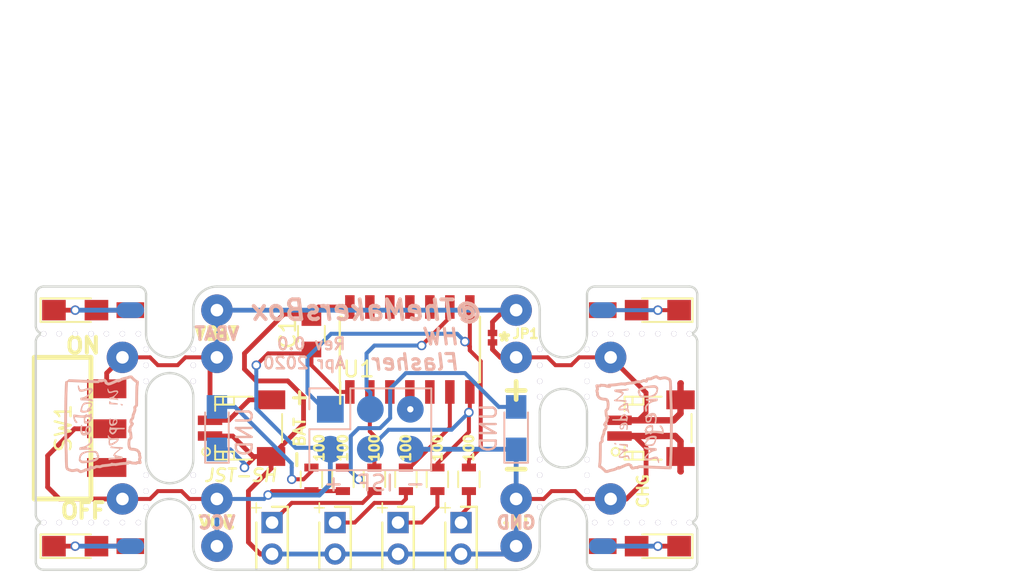
<source format=kicad_pcb>
(kicad_pcb (version 4) (host pcbnew 4.0.7)
  (title_block (title "Beetje 32U4 Blok") (date 2018-08-10) (rev 0.0) (company www.MakersBox.us) (comment 1 648.ken@gmail.com))
  (layers (0 F.Cu signal) (31 B.Cu signal) (34 B.Paste user) (35 F.Paste user) (36 B.SilkS user) (37 F.SilkS user) (38 B.Mask user) (39 F.Mask user) (44 Edge.Cuts user))
  (net 0 "")
  (net 1 GND)
  (net 2 "Net-(D4-Pad2)")
  (net 3 "Net-(D5-Pad2)")
  (net 4 "Net-(J6-Pad1)")
  (net 5 "Net-(J1-Pad1)")
  (net 6 "Net-(J7-Pad1)")
  (net 7 "Net-(J8-Pad1)")
  (net 8 "Net-(SW1-Pad3)")
  (net 9 VCC)
  (net 10 /D5)
  (net 11 /D6)
  (net 12 /RESET)
  (net 13 /D7)
  (net 14 /D8)
  (net 15 "Net-(U1-Pad3)")
  (net 16 "Net-(U1-Pad5)")
  (net 17 /SCK)
  (net 18 "Net-(U1-Pad10)")
  (net 19 "Net-(U1-Pad11)")
  (net 20 "Net-(U1-Pad12)")
  (net 21 "Net-(U1-Pad13)")
  (net 22 +BATT)
  (net 23 "Net-(D20-Pad1)")
  (net 24 "Net-(D20-Pad2)")
  (net 25 "Net-(D21-Pad1)")
  (net 26 "Net-(D21-Pad2)")
  (net 27 "Net-(D22-Pad1)")
  (net 28 "Net-(D22-Pad2)")
  (net 29 "Net-(D23-Pad1)")
  (net 30 "Net-(D23-Pad2)")
  (module footprints:JST_SH_SM02B-SRSS-TB_02x1.00mm_Angled (layer F.Cu) (at 139 103 90)
    (fp_text reference J3 hide)
    (fp_text value BAT (at -0.25 3.75 90) (layer F.SilkS) (effects (font (size 0.7 0.7))))
    (pad 1 smd rect (at -0.5 -1.9375 90) (size 0.6 1.55) (layers F.Cu F.Paste F.Mask) (net 1 GND))
    (pad 2 smd rect (at 0.5 -1.9375 90) (size 0.6 1.55) (layers F.Cu F.Paste F.Mask) (net 22 +BATT))
    (pad 1 smd rect (at -1.8 1.9375 90) (size 1.2 1.8) (layers F.Cu F.Paste F.Mask) (net 1 GND))
    (pad 2 smd rect (at 1.8 1.9375 90) (size 1.2 1.8) (layers F.Cu F.Paste F.Mask) (net 22 +BATT))
  )
  (module footprints:SPST_SMD (layer F.Cu) (at 130.5 103 270)
    (fp_text reference SW1 (at 0 2.75 270) (layer F.SilkS))
    (fp_text value SW_SPDT)
    (pad "" np_thru_hole circle (at 3.4 2.75 270) (size 0.9 0.9) (drill 0.9) (layers *.Cu *.Mask))
    (pad 1 smd rect (at -2.5 0 270) (size 1.2 2.5) (layers F.Cu F.Paste F.Mask) (net 22 +BATT))
    (pad 2 smd rect (at 0.04 0 270) (size 1.2 2.5) (layers F.Cu F.Paste F.Mask) (net 9 VCC))
    (pad 3 smd rect (at 2.5 0 270) (size 1.2 2.5) (layers F.Cu F.Paste F.Mask) (net 8 "Net-(SW1-Pad3)"))
    (pad "" np_thru_hole circle (at -3.4 2.75 270) (size 0.9 0.9) (drill 0.9) (layers *.Cu *.Mask))
  )
  (module footprints:LED_0805_HandSoldering (layer F.Cu) (at 165.5 110.5 180)
    (fp_text reference D23 hide)
    (fp_text value LED hide)
    (pad 1 smd rect (at -1.35 0 180) (size 1.5 1.3) (layers F.Cu F.Paste F.Mask) (net 29 "Net-(D23-Pad1)"))
    (pad 2 smd rect (at 1.35 0 180) (size 1.5 1.3) (layers F.Cu F.Paste F.Mask) (net 30 "Net-(D23-Pad2)"))
  )
  (module footprints:MOUSEBITE (layer F.Cu) (at 165.5 109)
    (fp_text reference REF** hide)
    (fp_text value 1pin)
    (pad 1 thru_hole circle (at -1.016 0) (size 0.3302 0.3302) (drill 0.3302) (layers *.Cu *.Mask))
    (pad 1 thru_hole circle (at 1.016 0) (size 0.3302 0.3302) (drill 0.3302) (layers *.Cu *.Mask))
    (pad 1 thru_hole circle (at 0 0) (size 0.3302 0.3302) (drill 0.3302) (layers *.Cu *.Mask))
  )
  (module footprints:LED_0805_HandSoldering (layer F.Cu) (at 165.5 95.5 180)
    (fp_text reference D22 hide)
    (fp_text value LED hide)
    (pad 1 smd rect (at -1.35 0 180) (size 1.5 1.3) (layers F.Cu F.Paste F.Mask) (net 27 "Net-(D22-Pad1)"))
    (pad 2 smd rect (at 1.35 0 180) (size 1.5 1.3) (layers F.Cu F.Paste F.Mask) (net 28 "Net-(D22-Pad2)"))
  )
  (module footprints:MOUSEBITE (layer F.Cu) (at 165.5 97)
    (fp_text reference REF** hide)
    (fp_text value 1pin)
    (pad 1 thru_hole circle (at -1.016 0) (size 0.3302 0.3302) (drill 0.3302) (layers *.Cu *.Mask))
    (pad 1 thru_hole circle (at 1.016 0) (size 0.3302 0.3302) (drill 0.3302) (layers *.Cu *.Mask))
    (pad 1 thru_hole circle (at 0 0) (size 0.3302 0.3302) (drill 0.3302) (layers *.Cu *.Mask))
  )
  (module footprints:MOUSEBITE (layer F.Cu) (at 162.5 97)
    (fp_text reference REF** hide)
    (fp_text value 1pin)
    (pad 1 thru_hole circle (at -1.016 0) (size 0.3302 0.3302) (drill 0.3302) (layers *.Cu *.Mask))
    (pad 1 thru_hole circle (at 1.016 0) (size 0.3302 0.3302) (drill 0.3302) (layers *.Cu *.Mask))
    (pad 1 thru_hole circle (at 0 0) (size 0.3302 0.3302) (drill 0.3302) (layers *.Cu *.Mask))
  )
  (module footprints:LED_0805_HandSoldering (layer F.Cu) (at 128.5 95.5)
    (fp_text reference D21 hide)
    (fp_text value LED hide)
    (pad 1 smd rect (at -1.35 0) (size 1.5 1.3) (layers F.Cu F.Paste F.Mask) (net 25 "Net-(D21-Pad1)"))
    (pad 2 smd rect (at 1.35 0) (size 1.5 1.3) (layers F.Cu F.Paste F.Mask) (net 26 "Net-(D21-Pad2)"))
  )
  (module footprints:MadeInOregonRev25 (layer F.Cu) (at 164 102.75 90)
    (fp_text reference VAL hide)
    (fp_text value MadeInOregonRev25 hide)
  )
  (module Wire_Pads:SolderWirePad_single_0-8mmDrill (layer F.Cu) (at 137.5 95.5)
    (fp_text reference J54 hide)
    (fp_text value Conn)
    (pad 1 thru_hole circle (at 0 0) (size 1.99898 1.99898) (drill 0.8001) (layers *.Cu *.Mask) (net 22 +BATT))
  )
  (module Wire_Pads:SolderWirePad_single_0-8mmDrill (layer F.Cu) (at 137.5 98.5)
    (fp_text reference J58 hide)
    (fp_text value Conn)
    (pad 1 thru_hole circle (at 0 0) (size 1.99898 1.99898) (drill 0.8001) (layers *.Cu *.Mask) (net 22 +BATT))
  )
  (module footprints:Pin_Header_Straight_2x03_Pitch2.54mm (layer B.Cu) (at 144.7 101.8 270)
    (fp_text reference CON1 hide)
    (fp_text value AVR-ISP-6)
    (pad 1 smd rect (at 0 0 270) (size 1.7 1.7) (layers B.Cu B.Paste B.Mask) (net 10 /D5))
    (pad 2 smd oval (at 2.54 0 270) (size 1.7 1.7) (layers B.Cu B.Paste B.Mask) (net 9 VCC))
    (pad 3 smd oval (at 0 -2.54 270) (size 1.7 1.7) (layers B.Cu B.Paste B.Mask) (net 17 /SCK))
    (pad 4 smd oval (at 2.54 -2.54 270) (size 1.7 1.7) (layers B.Cu B.Paste B.Mask) (net 11 /D6))
    (pad 5 smd oval (at 0 -5.08 270) (size 1.7 1.7) (layers B.Cu B.Paste B.Mask) (net 12 /RESET))
    (pad 6 smd oval (at 2.54 -5.08 270) (size 1.7 1.7) (layers B.Cu B.Paste B.Mask) (net 1 GND))
  )
  (module Wire_Pads:SolderWirePad_single_0-8mmDrill (layer F.Cu) (at 137.5 110.5)
    (fp_text reference J55 hide)
    (fp_text value Conn)
    (pad 1 thru_hole circle (at 0 0) (size 1.99898 1.99898) (drill 0.8001) (layers *.Cu *.Mask) (net 9 VCC))
  )
  (module Wire_Pads:SolderWirePad_single_0-8mmDrill (layer F.Cu) (at 156.5 110.5)
    (fp_text reference J45 hide)
    (fp_text value Conn)
    (pad 1 thru_hole circle (at 0 0) (size 1.99898 1.99898) (drill 0.8001) (layers *.Cu *.Mask) (net 1 GND))
  )
  (module Wire_Pads:SolderWirePad_single_0-8mmDrill (layer F.Cu) (at 156.5 95.5)
    (fp_text reference J44 hide)
    (fp_text value Conn)
    (pad 1 thru_hole circle (at 0 0) (size 1.99898 1.99898) (drill 0.8001) (layers *.Cu *.Mask) (net 22 +BATT))
  )
  (module footprints:MOUSEBITE (layer F.Cu) (at 133 107 90)
    (fp_text reference REF** hide)
    (fp_text value 1pin)
    (pad 1 thru_hole circle (at -1.016 0 90) (size 0.3302 0.3302) (drill 0.3302) (layers *.Cu *.Mask))
    (pad 1 thru_hole circle (at 1.016 0 90) (size 0.3302 0.3302) (drill 0.3302) (layers *.Cu *.Mask))
    (pad 1 thru_hole circle (at 0 0 90) (size 0.3302 0.3302) (drill 0.3302) (layers *.Cu *.Mask))
  )
  (module footprints:MOUSEBITE (layer F.Cu) (at 136 107 90)
    (fp_text reference REF** hide)
    (fp_text value 1pin)
    (pad 1 thru_hole circle (at -1.016 0 90) (size 0.3302 0.3302) (drill 0.3302) (layers *.Cu *.Mask))
    (pad 1 thru_hole circle (at 1.016 0 90) (size 0.3302 0.3302) (drill 0.3302) (layers *.Cu *.Mask))
    (pad 1 thru_hole circle (at 0 0 90) (size 0.3302 0.3302) (drill 0.3302) (layers *.Cu *.Mask))
  )
  (module footprints:MOUSEBITE (layer F.Cu) (at 136 99 90)
    (fp_text reference REF** hide)
    (fp_text value 1pin)
    (pad 1 thru_hole circle (at -1.016 0 90) (size 0.3302 0.3302) (drill 0.3302) (layers *.Cu *.Mask))
    (pad 1 thru_hole circle (at 1.016 0 90) (size 0.3302 0.3302) (drill 0.3302) (layers *.Cu *.Mask))
    (pad 1 thru_hole circle (at 0 0 90) (size 0.3302 0.3302) (drill 0.3302) (layers *.Cu *.Mask))
  )
  (module footprints:MOUSEBITE (layer F.Cu) (at 133 99 90)
    (fp_text reference REF** hide)
    (fp_text value 1pin)
    (pad 1 thru_hole circle (at -1.016 0 90) (size 0.3302 0.3302) (drill 0.3302) (layers *.Cu *.Mask))
    (pad 1 thru_hole circle (at 1.016 0 90) (size 0.3302 0.3302) (drill 0.3302) (layers *.Cu *.Mask))
    (pad 1 thru_hole circle (at 0 0 90) (size 0.3302 0.3302) (drill 0.3302) (layers *.Cu *.Mask))
  )
  (module footprints:MadeInOregonRev25 (layer F.Cu) (at 130.25 102.75 270)
    (fp_text reference VAL hide)
    (fp_text value MadeInOregonRev25 hide)
  )
  (module footprints:LED_0805_HandSoldering (layer B.Cu) (at 137.5 103 90)
    (fp_text reference D4 hide)
    (fp_text value UND (at -0.25 1.75 90) (layer B.SilkS) (effects (justify mirror)))
    (pad 1 smd rect (at -1.35 0 90) (size 1.5 1.3) (layers B.Cu B.Paste B.Mask) (net 1 GND))
    (pad 2 smd rect (at 1.35 0 90) (size 1.5 1.3) (layers B.Cu B.Paste B.Mask) (net 2 "Net-(D4-Pad2)"))
  )
  (module footprints:LED_0805_HandSoldering (layer B.Cu) (at 156.5 103 90)
    (fp_text reference D5 hide)
    (fp_text value UND (at 0 -1.75 90) (layer B.SilkS) (effects (justify mirror)))
    (pad 1 smd rect (at -1.35 0 90) (size 1.5 1.3) (layers B.Cu B.Paste B.Mask) (net 1 GND))
    (pad 2 smd rect (at 1.35 0 90) (size 1.5 1.3) (layers B.Cu B.Paste B.Mask) (net 3 "Net-(D5-Pad2)"))
  )
  (module footprints:PIN_HEADER_LED (layer F.Cu) (at 153 109)
    (fp_text reference J6 hide)
    (fp_text value LED hide)
    (fp_text user + (at -1 -1) (layer F.SilkS) (effects (font (size 0.8 0.8) (thickness 0.1))))
    (pad 1 thru_hole rect (at 0 0) (size 1.35 1.35) (drill 0.8) (layers *.Cu *.Mask) (net 4 "Net-(J6-Pad1)"))
    (pad 2 thru_hole oval (at 0 2) (size 1.35 1.35) (drill 0.8) (layers *.Cu *.Mask) (net 1 GND))
  )
  (module footprints:PIN_HEADER_LED (layer F.Cu) (at 149 109)
    (fp_text reference J7 hide)
    (fp_text value LED hide)
    (fp_text user + (at -1 -1) (layer F.SilkS) (effects (font (size 0.8 0.8) (thickness 0.1))))
    (pad 1 thru_hole rect (at 0 0) (size 1.35 1.35) (drill 0.8) (layers *.Cu *.Mask) (net 6 "Net-(J7-Pad1)"))
    (pad 2 thru_hole oval (at 0 2) (size 1.35 1.35) (drill 0.8) (layers *.Cu *.Mask) (net 1 GND))
  )
  (module footprints:PIN_HEADER_LED (layer F.Cu) (at 145 109)
    (fp_text reference J1 hide)
    (fp_text value LED hide)
    (fp_text user + (at -1 -1) (layer F.SilkS) (effects (font (size 0.8 0.8) (thickness 0.1))))
    (pad 1 thru_hole rect (at 0 0) (size 1.35 1.35) (drill 0.8) (layers *.Cu *.Mask) (net 5 "Net-(J1-Pad1)"))
    (pad 2 thru_hole oval (at 0 2) (size 1.35 1.35) (drill 0.8) (layers *.Cu *.Mask) (net 1 GND))
  )
  (module footprints:PIN_HEADER_LED (layer F.Cu) (at 141 109)
    (fp_text reference J8 hide)
    (fp_text value LED hide)
    (fp_text user + (at -1 -1) (layer F.SilkS) (effects (font (size 0.8 0.8) (thickness 0.1))))
    (pad 1 thru_hole rect (at 0 0) (size 1.35 1.35) (drill 0.8) (layers *.Cu *.Mask) (net 7 "Net-(J8-Pad1)"))
    (pad 2 thru_hole oval (at 0 2) (size 1.35 1.35) (drill 0.8) (layers *.Cu *.Mask) (net 1 GND))
  )
  (module footprints:MOUSEBITE (layer F.Cu) (at 161 107 90)
    (fp_text reference REF** hide)
    (fp_text value 1pin)
    (pad 1 thru_hole circle (at -1.016 0 90) (size 0.3302 0.3302) (drill 0.3302) (layers *.Cu *.Mask))
    (pad 1 thru_hole circle (at 1.016 0 90) (size 0.3302 0.3302) (drill 0.3302) (layers *.Cu *.Mask))
    (pad 1 thru_hole circle (at 0 0 90) (size 0.3302 0.3302) (drill 0.3302) (layers *.Cu *.Mask))
  )
  (module footprints:MOUSEBITE (layer F.Cu) (at 158 99 90)
    (fp_text reference REF** hide)
    (fp_text value 1pin)
    (pad 1 thru_hole circle (at -1.016 0 90) (size 0.3302 0.3302) (drill 0.3302) (layers *.Cu *.Mask))
    (pad 1 thru_hole circle (at 1.016 0 90) (size 0.3302 0.3302) (drill 0.3302) (layers *.Cu *.Mask))
    (pad 1 thru_hole circle (at 0 0 90) (size 0.3302 0.3302) (drill 0.3302) (layers *.Cu *.Mask))
  )
  (module footprints:MOUSEBITE (layer F.Cu) (at 158 107 90)
    (fp_text reference REF** hide)
    (fp_text value 1pin)
    (pad 1 thru_hole circle (at -1.016 0 90) (size 0.3302 0.3302) (drill 0.3302) (layers *.Cu *.Mask))
    (pad 1 thru_hole circle (at 1.016 0 90) (size 0.3302 0.3302) (drill 0.3302) (layers *.Cu *.Mask))
    (pad 1 thru_hole circle (at 0 0 90) (size 0.3302 0.3302) (drill 0.3302) (layers *.Cu *.Mask))
  )
  (module footprints:MOUSEBITE (layer F.Cu) (at 161 99 270)
    (fp_text reference REF** hide)
    (fp_text value 1pin)
    (pad 1 thru_hole circle (at -1.016 0 270) (size 0.3302 0.3302) (drill 0.3302) (layers *.Cu *.Mask))
    (pad 1 thru_hole circle (at 1.016 0 270) (size 0.3302 0.3302) (drill 0.3302) (layers *.Cu *.Mask))
    (pad 1 thru_hole circle (at 0 0 270) (size 0.3302 0.3302) (drill 0.3302) (layers *.Cu *.Mask))
  )
  (module Wire_Pads:SolderWirePad_single_0-8mmDrill (layer F.Cu) (at 131.5 98.5)
    (fp_text reference J56 hide)
    (fp_text value Conn)
    (pad 1 thru_hole circle (at 0 0) (size 1.99898 1.99898) (drill 0.8001) (layers *.Cu *.Mask) (net 22 +BATT))
  )
  (module Wire_Pads:SolderWirePad_single_0-8mmDrill (layer F.Cu) (at 162.5 98.5)
    (fp_text reference J46 hide)
    (fp_text value Conn)
    (pad 1 thru_hole circle (at 0 0) (size 1.99898 1.99898) (drill 0.8001) (layers *.Cu *.Mask) (net 22 +BATT))
  )
  (module Wire_Pads:SolderWirePad_single_0-8mmDrill (layer F.Cu) (at 162.5 107.5)
    (fp_text reference J47 hide)
    (fp_text value Conn)
    (pad 1 thru_hole circle (at 0 0) (size 1.99898 1.99898) (drill 0.8001) (layers *.Cu *.Mask) (net 1 GND))
  )
  (module Wire_Pads:SolderWirePad_single_0-8mmDrill (layer F.Cu) (at 156.5 98.5)
    (fp_text reference J48 hide)
    (fp_text value Conn)
    (pad 1 thru_hole circle (at 0 0) (size 1.99898 1.99898) (drill 0.8001) (layers *.Cu *.Mask) (net 22 +BATT))
  )
  (module Wire_Pads:SolderWirePad_single_0-8mmDrill (layer F.Cu) (at 156.5 107.5)
    (fp_text reference J49 hide)
    (fp_text value Conn)
    (pad 1 thru_hole circle (at 0 0) (size 1.99898 1.99898) (drill 0.8001) (layers *.Cu *.Mask) (net 1 GND))
  )
  (module Wire_Pads:SolderWirePad_single_0-8mmDrill (layer F.Cu) (at 131.5 107.5)
    (fp_text reference J57 hide)
    (fp_text value Conn)
    (pad 1 thru_hole circle (at 0 0) (size 1.99898 1.99898) (drill 0.8001) (layers *.Cu *.Mask) (net 9 VCC))
  )
  (module Wire_Pads:SolderWirePad_single_0-8mmDrill (layer F.Cu) (at 137.5 107.5)
    (fp_text reference J59 hide)
    (fp_text value Conn)
    (pad 1 thru_hole circle (at 0 0) (size 1.99898 1.99898) (drill 0.8001) (layers *.Cu *.Mask) (net 9 VCC))
  )
  (module footprints:R_0603 (layer F.Cu) (at 149.5 106.25 270)
    (fp_text reference R6 hide)
    (fp_text value 100 (at -2 0 270) (layer F.SilkS) (effects (font (size 0.6 0.6))))
    (pad 1 smd rect (at -0.75 0 270) (size 0.5 0.9) (layers F.Cu F.Paste F.Mask) (net 13 /D7))
    (pad 2 smd rect (at 0.75 0 270) (size 0.5 0.9) (layers F.Cu F.Paste F.Mask) (net 5 "Net-(J1-Pad1)"))
  )
  (module footprints:R_0603 (layer F.Cu) (at 151.5 106.25 270)
    (fp_text reference R8 hide)
    (fp_text value 100 (at -2 0 270) (layer F.SilkS) (effects (font (size 0.6 0.6))))
    (pad 1 smd rect (at -0.75 0 270) (size 0.5 0.9) (layers F.Cu F.Paste F.Mask) (net 11 /D6))
    (pad 2 smd rect (at 0.75 0 270) (size 0.5 0.9) (layers F.Cu F.Paste F.Mask) (net 6 "Net-(J7-Pad1)"))
  )
  (module footprints:R_0603 (layer F.Cu) (at 153.5 106.25 270)
    (fp_text reference R7 hide)
    (fp_text value 100 (at -2 0 270) (layer F.SilkS) (effects (font (size 0.6 0.6))))
    (pad 1 smd rect (at -0.75 0 270) (size 0.5 0.9) (layers F.Cu F.Paste F.Mask) (net 10 /D5))
    (pad 2 smd rect (at 0.75 0 270) (size 0.5 0.9) (layers F.Cu F.Paste F.Mask) (net 4 "Net-(J6-Pad1)"))
  )
  (module footprints:R_0603 (layer F.Cu) (at 147.5 106.25 270)
    (fp_text reference R9 hide)
    (fp_text value 100 (at -2 0 270) (layer F.SilkS) (effects (font (size 0.6 0.6))))
    (pad 1 smd rect (at -0.75 0 270) (size 0.5 0.9) (layers F.Cu F.Paste F.Mask) (net 14 /D8))
    (pad 2 smd rect (at 0.75 0 270) (size 0.5 0.9) (layers F.Cu F.Paste F.Mask) (net 7 "Net-(J8-Pad1)"))
  )
  (module footprints:R_0603 (layer F.Cu) (at 143.5 106.25 90)
    (fp_text reference R11 hide)
    (fp_text value 100 (at 2 0.5 90) (layer F.SilkS) (effects (font (size 0.6 0.6))))
    (pad 1 smd rect (at -0.75 0 90) (size 0.5 0.9) (layers F.Cu F.Paste F.Mask) (net 9 VCC))
    (pad 2 smd rect (at 0.75 0 90) (size 0.5 0.9) (layers F.Cu F.Paste F.Mask) (net 2 "Net-(D4-Pad2)"))
  )
  (module footprints:R_0603 (layer F.Cu) (at 145.5 106.25 90)
    (fp_text reference R12 hide)
    (fp_text value 100 (at 2 0 90) (layer F.SilkS) (effects (font (size 0.6 0.6))))
    (pad 1 smd rect (at -0.75 0 90) (size 0.5 0.9) (layers F.Cu F.Paste F.Mask) (net 9 VCC))
    (pad 2 smd rect (at 0.75 0 90) (size 0.5 0.9) (layers F.Cu F.Paste F.Mask) (net 3 "Net-(D5-Pad2)"))
  )
  (module footprints:MOUSEBITEx1 (layer F.Cu) (at 158 105)
    (fp_text reference REF** hide)
    (fp_text value 1pin)
    (pad 1 thru_hole circle (at 0 0) (size 0.3302 0.3302) (drill 0.3302) (layers *.Cu *.Mask))
  )
  (module footprints:MOUSEBITEx1 (layer F.Cu) (at 161 105)
    (fp_text reference REF** hide)
    (fp_text value 1pin)
    (pad 1 thru_hole circle (at 0 0) (size 0.3302 0.3302) (drill 0.3302) (layers *.Cu *.Mask))
  )
  (module footprints:MOUSEBITEx1 (layer F.Cu) (at 161 101)
    (fp_text reference REF** hide)
    (fp_text value 1pin)
    (pad 1 thru_hole circle (at 0 0) (size 0.3302 0.3302) (drill 0.3302) (layers *.Cu *.Mask))
  )
  (module footprints:MOUSEBITEx1 (layer F.Cu) (at 158 101)
    (fp_text reference REF** hide)
    (fp_text value 1pin)
    (pad 1 thru_hole circle (at 0 0) (size 0.3302 0.3302) (drill 0.3302) (layers *.Cu *.Mask))
  )
  (module Housings_SOIC:SOIC-14_3.9x8.7mm_Pitch1.27mm (layer F.Cu) (at 149.75 98 90)
    (fp_text reference U1 (at -1.25 -3.25 180) (layer F.SilkS))
    (fp_text value ATTINY84-20SSU)
    (pad 1 smd rect (at -2.7 -3.81 90) (size 1.5 0.6) (layers F.Cu F.Paste F.Mask) (net 9 VCC))
    (pad 2 smd rect (at -2.7 -2.54 90) (size 1.5 0.6) (layers F.Cu F.Paste F.Mask) (net 14 /D8))
    (pad 3 smd rect (at -2.7 -1.27 90) (size 1.5 0.6) (layers F.Cu F.Paste F.Mask) (net 15 "Net-(U1-Pad3)"))
    (pad 4 smd rect (at -2.7 0 90) (size 1.5 0.6) (layers F.Cu F.Paste F.Mask) (net 12 /RESET))
    (pad 5 smd rect (at -2.7 1.27 90) (size 1.5 0.6) (layers F.Cu F.Paste F.Mask) (net 16 "Net-(U1-Pad5)"))
    (pad 6 smd rect (at -2.7 2.54 90) (size 1.5 0.6) (layers F.Cu F.Paste F.Mask) (net 13 /D7))
    (pad 7 smd rect (at -2.7 3.81 90) (size 1.5 0.6) (layers F.Cu F.Paste F.Mask) (net 11 /D6))
    (pad 8 smd rect (at 2.7 3.81 90) (size 1.5 0.6) (layers F.Cu F.Paste F.Mask) (net 10 /D5))
    (pad 9 smd rect (at 2.7 2.54 90) (size 1.5 0.6) (layers F.Cu F.Paste F.Mask) (net 17 /SCK))
    (pad 10 smd rect (at 2.7 1.27 90) (size 1.5 0.6) (layers F.Cu F.Paste F.Mask) (net 18 "Net-(U1-Pad10)"))
    (pad 11 smd rect (at 2.7 0 90) (size 1.5 0.6) (layers F.Cu F.Paste F.Mask) (net 19 "Net-(U1-Pad11)"))
    (pad 12 smd rect (at 2.7 -1.27 90) (size 1.5 0.6) (layers F.Cu F.Paste F.Mask) (net 20 "Net-(U1-Pad12)"))
    (pad 13 smd rect (at 2.7 -2.54 90) (size 1.5 0.6) (layers F.Cu F.Paste F.Mask) (net 21 "Net-(U1-Pad13)"))
    (pad 14 smd rect (at 2.7 -3.81 90) (size 1.5 0.6) (layers F.Cu F.Paste F.Mask) (net 1 GND))
  )
  (module footprints:Jumper (layer F.Cu) (at 155 97.25 90)
    (fp_text reference JP1 (at 0.25 2.1 180) (layer F.SilkS) (effects (font (size 0.6 0.6))))
    (fp_text value JMP)
    (pad 1 smd rect (at -0.3 0 90) (size 0.4 0.6) (layers F.Cu F.Paste F.Mask) (net 22 +BATT))
    (pad 2 smd rect (at 0.3 0 90) (size 0.4 0.6) (layers F.Cu F.Paste F.Mask) (net 22 +BATT))
  )
  (module footprints:LED_0805_HandSoldering (layer F.Cu) (at 128.5 110.5)
    (fp_text reference D20 hide)
    (fp_text value LED hide)
    (pad 1 smd rect (at -1.35 0) (size 1.5 1.3) (layers F.Cu F.Paste F.Mask) (net 23 "Net-(D20-Pad1)"))
    (pad 2 smd rect (at 1.35 0) (size 1.5 1.3) (layers F.Cu F.Paste F.Mask) (net 24 "Net-(D20-Pad2)"))
  )
  (module footprints:MOUSEBITE (layer F.Cu) (at 131.5 109)
    (fp_text reference REF** hide)
    (fp_text value 1pin)
    (pad 1 thru_hole circle (at -1.016 0) (size 0.3302 0.3302) (drill 0.3302) (layers *.Cu *.Mask))
    (pad 1 thru_hole circle (at 1.016 0) (size 0.3302 0.3302) (drill 0.3302) (layers *.Cu *.Mask))
    (pad 1 thru_hole circle (at 0 0) (size 0.3302 0.3302) (drill 0.3302) (layers *.Cu *.Mask))
  )
  (module footprints:MOUSEBITE (layer F.Cu) (at 128.5 109)
    (fp_text reference REF** hide)
    (fp_text value 1pin)
    (pad 1 thru_hole circle (at -1.016 0) (size 0.3302 0.3302) (drill 0.3302) (layers *.Cu *.Mask))
    (pad 1 thru_hole circle (at 1.016 0) (size 0.3302 0.3302) (drill 0.3302) (layers *.Cu *.Mask))
    (pad 1 thru_hole circle (at 0 0) (size 0.3302 0.3302) (drill 0.3302) (layers *.Cu *.Mask))
  )
  (module footprints:MOUSEBITEx1 (layer F.Cu) (at 126.5 109)
    (fp_text reference REF** hide)
    (fp_text value 1pin)
    (pad 1 thru_hole circle (at 0 0) (size 0.3302 0.3302) (drill 0.3302) (layers *.Cu *.Mask))
  )
  (module footprints:MOUSEBITE (layer F.Cu) (at 131.5 97)
    (fp_text reference REF** hide)
    (fp_text value 1pin)
    (pad 1 thru_hole circle (at -1.016 0) (size 0.3302 0.3302) (drill 0.3302) (layers *.Cu *.Mask))
    (pad 1 thru_hole circle (at 1.016 0) (size 0.3302 0.3302) (drill 0.3302) (layers *.Cu *.Mask))
    (pad 1 thru_hole circle (at 0 0) (size 0.3302 0.3302) (drill 0.3302) (layers *.Cu *.Mask))
  )
  (module footprints:MOUSEBITE (layer F.Cu) (at 128.5 97)
    (fp_text reference REF** hide)
    (fp_text value 1pin)
    (pad 1 thru_hole circle (at -1.016 0) (size 0.3302 0.3302) (drill 0.3302) (layers *.Cu *.Mask))
    (pad 1 thru_hole circle (at 1.016 0) (size 0.3302 0.3302) (drill 0.3302) (layers *.Cu *.Mask))
    (pad 1 thru_hole circle (at 0 0) (size 0.3302 0.3302) (drill 0.3302) (layers *.Cu *.Mask))
  )
  (module footprints:MOUSEBITEx1 (layer F.Cu) (at 126.5 97)
    (fp_text reference REF** hide)
    (fp_text value 1pin)
    (pad 1 thru_hole circle (at 0 0) (size 0.3302 0.3302) (drill 0.3302) (layers *.Cu *.Mask))
  )
  (module footprints:MOUSEBITEx1 (layer F.Cu) (at 167.5 97)
    (fp_text reference REF** hide)
    (fp_text value 1pin)
    (pad 1 thru_hole circle (at 0 0) (size 0.3302 0.3302) (drill 0.3302) (layers *.Cu *.Mask))
  )
  (module footprints:MOUSEBITE (layer F.Cu) (at 162.5 109)
    (fp_text reference REF** hide)
    (fp_text value 1pin)
    (pad 1 thru_hole circle (at -1.016 0) (size 0.3302 0.3302) (drill 0.3302) (layers *.Cu *.Mask))
    (pad 1 thru_hole circle (at 1.016 0) (size 0.3302 0.3302) (drill 0.3302) (layers *.Cu *.Mask))
    (pad 1 thru_hole circle (at 0 0) (size 0.3302 0.3302) (drill 0.3302) (layers *.Cu *.Mask))
  )
  (module footprints:MOUSEBITEx1 (layer F.Cu) (at 167.5 109)
    (fp_text reference REF** hide)
    (fp_text value 1pin)
    (pad 1 thru_hole circle (at 0 0) (size 0.3302 0.3302) (drill 0.3302) (layers *.Cu *.Mask))
  )
  (module footprints:LED_PADS (layer F.Cu) (at 132 110.5)
    (fp_text reference J20 hide)
    (fp_text value LED)
    (pad 1 smd rect (at 0 0) (size 1.75 1) (layers F.Cu F.Paste F.Mask) (net 24 "Net-(D20-Pad2)"))
    (pad 2 smd oval (at 0 0) (size 1.75 1) (layers B.Cu B.Paste B.Mask) (net 23 "Net-(D20-Pad1)"))
  )
  (module footprints:LED_PADS (layer F.Cu) (at 132 95.5)
    (fp_text reference J21 hide)
    (fp_text value LED)
    (pad 1 smd rect (at 0 0) (size 1.75 1) (layers F.Cu F.Paste F.Mask) (net 26 "Net-(D21-Pad2)"))
    (pad 2 smd oval (at 0 0) (size 1.75 1) (layers B.Cu B.Paste B.Mask) (net 25 "Net-(D21-Pad1)"))
  )
  (module footprints:LED_PADS (layer F.Cu) (at 162 95.5)
    (fp_text reference J22 hide)
    (fp_text value LED)
    (pad 1 smd rect (at 0 0) (size 1.75 1) (layers F.Cu F.Paste F.Mask) (net 28 "Net-(D22-Pad2)"))
    (pad 2 smd oval (at 0 0) (size 1.75 1) (layers B.Cu B.Paste B.Mask) (net 27 "Net-(D22-Pad1)"))
  )
  (module footprints:LED_PADS (layer F.Cu) (at 162 110.5)
    (fp_text reference J23 hide)
    (fp_text value LED)
    (pad 1 smd rect (at 0 0) (size 1.75 1) (layers F.Cu F.Paste F.Mask) (net 30 "Net-(D23-Pad2)"))
    (pad 2 smd oval (at 0 0) (size 1.75 1) (layers B.Cu B.Paste B.Mask) (net 29 "Net-(D23-Pad1)"))
  )
  (module footprints:C_0805 (layer F.Cu) (at 143.5 97 90)
    (fp_text reference C1 (at 0 -1.5 90) (layer F.SilkS))
    (fp_text value 0.1uF)
    (pad 1 smd rect (at -1 0 90) (size 1 1.25) (layers F.Cu F.Paste F.Mask) (net 9 VCC))
    (pad 2 smd rect (at 1 0 90) (size 1 1.25) (layers F.Cu F.Paste F.Mask) (net 1 GND))
  )
  (module footprints:JST_SH_SM02B-SRSS-TB_02x1.00mm_Angled (layer F.Cu) (at 165 103 90)
    (fp_text reference J2 hide)
    (fp_text value CHG (at -4 -0.45 90) (layer F.SilkS) (effects (font (size 0.7 0.7))))
    (pad 1 smd rect (at -0.5 -1.9375 90) (size 0.6 1.55) (layers F.Cu F.Paste F.Mask) (net 1 GND))
    (pad 2 smd rect (at 0.5 -1.9375 90) (size 0.6 1.55) (layers F.Cu F.Paste F.Mask) (net 22 +BATT))
    (pad 1 smd rect (at -1.8 1.9375 90) (size 1.2 1.8) (layers F.Cu F.Paste F.Mask) (net 1 GND))
    (pad 2 smd rect (at 1.8 1.9375 90) (size 1.2 1.8) (layers F.Cu F.Paste F.Mask) (net 22 +BATT))
  )
  (gr_line (start 133 111.5) (end 133 109) (angle 90) (layer Edge.Cuts) (width 0.15))
  (gr_line (start 126 97.5) (end 126 108.5) (angle 90) (layer Edge.Cuts) (width 0.15))
  (gr_line (start 126 94.5) (end 126 96.5) (angle 90) (layer Edge.Cuts) (width 0.15))
  (gr_line (start 132.5 94) (end 126.5 94) (angle 90) (layer Edge.Cuts) (width 0.15))
  (gr_line (start 133 97) (end 133 94.5) (angle 90) (layer Edge.Cuts) (width 0.15))
  (gr_arc (start 132.5 94.5) (end 132.5 94) (angle 90) (layer Edge.Cuts) (width 0.15))
  (gr_arc (start 126.5 94.5) (end 126 94.5) (angle 90) (layer Edge.Cuts) (width 0.15))
  (gr_arc (start 126.5 96.5) (end 126.5 97) (angle 90) (layer Edge.Cuts) (width 0.15))
  (gr_arc (start 126.5 97.5) (end 126 97.5) (angle 90) (layer Edge.Cuts) (width 0.15))
  (gr_line (start 126 111.5) (end 126 109.5) (angle 90) (layer Edge.Cuts) (width 0.15))
  (gr_line (start 126.5 112) (end 132.5 112) (angle 90) (layer Edge.Cuts) (width 0.15))
  (gr_arc (start 132.5 111.5) (end 133 111.5) (angle 90) (layer Edge.Cuts) (width 0.15))
  (gr_arc (start 126.5 108.5) (end 126.5 109) (angle 90) (layer Edge.Cuts) (width 0.15))
  (gr_arc (start 126.5 109.5) (end 126 109.5) (angle 90) (layer Edge.Cuts) (width 0.15))
  (gr_arc (start 126.5 111.5) (end 126.5 112) (angle 90) (layer Edge.Cuts) (width 0.15))
  (gr_line (start 168 108.5) (end 168 97.5) (angle 90) (layer Edge.Cuts) (width 0.15))
  (gr_line (start 168 111.5) (end 168 109.5) (angle 90) (layer Edge.Cuts) (width 0.15))
  (gr_line (start 161 111.5) (end 161 109) (angle 90) (layer Edge.Cuts) (width 0.15))
  (gr_line (start 161.5 112) (end 167.5 112) (angle 90) (layer Edge.Cuts) (width 0.15))
  (gr_arc (start 167.5 111.5) (end 168 111.5) (angle 90) (layer Edge.Cuts) (width 0.15))
  (gr_arc (start 161.5 111.5) (end 161.5 112) (angle 90) (layer Edge.Cuts) (width 0.15))
  (gr_arc (start 167.5 109.5) (end 167.5 109) (angle 90) (layer Edge.Cuts) (width 0.15))
  (gr_arc (start 167.5 108.5) (end 168 108.5) (angle 90) (layer Edge.Cuts) (width 0.15))
  (gr_line (start 168 94.5) (end 168 96.5) (angle 90) (layer Edge.Cuts) (width 0.15))
  (gr_line (start 161.5 94) (end 167.5 94) (angle 90) (layer Edge.Cuts) (width 0.15))
  (gr_line (start 161 97) (end 161 94.5) (angle 90) (layer Edge.Cuts) (width 0.15))
  (gr_arc (start 167.5 97.5) (end 167.5 97) (angle 90) (layer Edge.Cuts) (width 0.15))
  (gr_arc (start 167.5 96.5) (end 168 96.5) (angle 90) (layer Edge.Cuts) (width 0.15))
  (gr_arc (start 167.5 94.5) (end 167.5 94) (angle 90) (layer Edge.Cuts) (width 0.15))
  (gr_arc (start 161.5 94.5) (end 161 94.5) (angle 90) (layer Edge.Cuts) (width 0.15))
  (gr_text "HW\nFlasher" (at 153 98) (layer B.SilkS) (effects (font (size 1 1) (thickness 0.2) italic) (justify left mirror)))
  (gr_text "- ISP +" (at 147.5 106.5) (layer B.SilkS) (effects (font (size 1 1)) (justify mirror)))
  (gr_arc (start 134.5 97) (end 134.5 98.5) (angle 90) (layer Edge.Cuts) (width 0.15))
  (gr_text * (at 155.75 97.5) (layer F.SilkS) (effects (font (size 1 1) (thickness 0.25))))
  (gr_text GND (at 156.5 109) (layer B.SilkS) (effects (font (size 0.8 0.8) (thickness 0.2)) (justify mirror)))
  (gr_text VCC (at 137.5 109) (layer B.SilkS) (effects (font (size 0.8 0.8) (thickness 0.2)) (justify mirror)))
  (gr_text VBAT (at 137.5 97) (layer B.SilkS) (effects (font (size 0.8 0.8) (thickness 0.2)) (justify mirror)))
  (gr_text GND (at 156.5 109) (layer F.SilkS) (effects (font (size 0.8 0.8) (thickness 0.2))))
  (gr_text VBAT (at 137.5 97) (layer F.SilkS) (effects (font (size 0.8 0.8) (thickness 0.2))))
  (gr_text VCC (at 137.5 109) (layer F.SilkS) (effects (font (size 0.8 0.8) (thickness 0.2))))
  (gr_text JST-SH (at 139 106) (layer F.SilkS) (effects (font (size 0.8 0.8) (thickness 0.15) italic)))
  (gr_line (start 161 102) (end 161 104) (angle 90) (layer Edge.Cuts) (width 0.15))
  (gr_line (start 158 102) (end 158 104) (angle 90) (layer Edge.Cuts) (width 0.15))
  (gr_text + (at 142.75 101) (layer F.SilkS) (effects (font (size 1 1) (thickness 0.2))))
  (gr_text - (at 142.5 105 90) (layer F.SilkS) (effects (font (size 1 1) (thickness 0.2))))
  (gr_text - (at 156.5 105.5) (layer F.SilkS) (effects (font (size 1.5 1.5) (thickness 0.3))))
  (gr_text + (at 156.5 100.5) (layer F.SilkS) (effects (font (size 1.5 1.5) (thickness 0.3))))
  (gr_text ON (at 129 97.75) (layer F.SilkS) (effects (font (size 1 1) (thickness 0.25))))
  (gr_line (start 158 97) (end 158 95.5) (angle 90) (layer Edge.Cuts) (width 0.15))
  (gr_line (start 158 110.5) (end 158 109) (angle 90) (layer Edge.Cuts) (width 0.15))
  (gr_line (start 137.5 112) (end 156.5 112) (angle 90) (layer Edge.Cuts) (width 0.15))
  (gr_line (start 137.5 94) (end 156.5 94) (angle 90) (layer Edge.Cuts) (width 0.15))
  (gr_arc (start 156.5 95.5) (end 156.5 94) (angle 90) (layer Edge.Cuts) (width 0.15))
  (gr_arc (start 156.5 110.5) (end 158 110.5) (angle 90) (layer Edge.Cuts) (width 0.15))
  (gr_arc (start 159.5 102) (end 159.5 100.5) (angle 90) (layer Edge.Cuts) (width 0.15))
  (gr_arc (start 159.5 97) (end 161 97) (angle 90) (layer Edge.Cuts) (width 0.15))
  (gr_arc (start 159.5 104) (end 159.5 105.5) (angle 90) (layer Edge.Cuts) (width 0.15))
  (gr_arc (start 159.5 109) (end 159.5 107.5) (angle 90) (layer Edge.Cuts) (width 0.15))
  (gr_arc (start 159.5 109) (end 158 109) (angle 90) (layer Edge.Cuts) (width 0.15))
  (gr_arc (start 159.5 102) (end 158 102) (angle 90) (layer Edge.Cuts) (width 0.15))
  (gr_arc (start 159.5 104) (end 161 104) (angle 90) (layer Edge.Cuts) (width 0.15))
  (gr_arc (start 159.5 97) (end 159.5 98.5) (angle 90) (layer Edge.Cuts) (width 0.15))
  (gr_line (start 136 97) (end 136 95.5) (angle 90) (layer Edge.Cuts) (width 0.15))
  (gr_line (start 136 110.5) (end 136 109) (angle 90) (layer Edge.Cuts) (width 0.15))
  (gr_arc (start 137.5 110.5) (end 137.5 112) (angle 90) (layer Edge.Cuts) (width 0.15))
  (gr_arc (start 137.5 95.5) (end 136 95.5) (angle 90) (layer Edge.Cuts) (width 0.15))
  (gr_line (start 136 101) (end 136 105) (angle 90) (layer Edge.Cuts) (width 0.15))
  (gr_line (start 133 105) (end 133 101) (angle 90) (layer Edge.Cuts) (width 0.15))
  (gr_arc (start 134.5 105) (end 136 105) (angle 90) (layer Edge.Cuts) (width 0.15))
  (gr_arc (start 134.5 105) (end 134.5 106.5) (angle 90) (layer Edge.Cuts) (width 0.15))
  (gr_arc (start 134.5 97) (end 136 97) (angle 90) (layer Edge.Cuts) (width 0.15))
  (gr_arc (start 134.5 101) (end 134.5 99.5) (angle 90) (layer Edge.Cuts) (width 0.15))
  (gr_arc (start 134.5 101) (end 133 101) (angle 90) (layer Edge.Cuts) (width 0.15))
  (gr_arc (start 134.5 109) (end 133 109) (angle 90) (layer Edge.Cuts) (width 0.15))
  (gr_arc (start 134.5 109) (end 134.5 107.5) (angle 90) (layer Edge.Cuts) (width 0.15))
  (gr_text OFF (at 129 108.25) (layer F.SilkS) (effects (font (size 1 1) (thickness 0.25))))
  (gr_text "Rev 0.0\nApr 2020" (at 145.75 98.25) (layer B.SilkS) (effects (font (size 0.75 0.75)) (justify left mirror)))
  (gr_text @TheMakersBox (at 154.5 95.5) (layer B.SilkS) (effects (font (size 1.25 1.25) (thickness 0.25) italic) (justify left mirror)))
  (segment (start 166.9375 104.8) (end 166.9375 105.7375) (width 0.4064) (layer F.Cu) (net 1))
  (segment (start 166.9375 105.7375) (end 166.95 105.75) (width 0.4064) (layer F.Cu) (net 1))
  (segment (start 163.0625 103.5) (end 166.6 103.5) (width 0.4064) (layer F.Cu) (net 1))
  (segment (start 166.9375 103.8375) (end 166.9375 104.8) (width 0.4064) (layer F.Cu) (net 1))
  (segment (start 166.6 103.5) (end 166.9375 103.8375) (width 0.4064) (layer F.Cu) (net 1))
  (segment (start 139.25 105.5) (end 139.25 105.25) (width 0.254) (layer B.Cu) (net 1))
  (segment (start 140.9375 104.8) (end 139.95 104.8) (width 0.254) (layer F.Cu) (net 1))
  (segment (start 139.25 105.5) (end 139.95 104.8) (width 0.254) (layer F.Cu) (net 1))
  (via (at 139.25 105.5) (size 0.6) (drill 0.4) (layers F.Cu B.Cu) (net 1))
  (segment (start 138.35 104.35) (end 137.5 104.35) (width 0.254) (layer B.Cu) (net 1))
  (segment (start 139.25 105.25) (end 138.35 104.35) (width 0.254) (layer B.Cu) (net 1))
  (segment (start 137.5 104.35) (end 137.6 104.35) (width 0.254) (layer B.Cu) (net 1))
  (segment (start 149.78 104.34) (end 156.49 104.34) (width 0.3048) (layer B.Cu) (net 1))
  (segment (start 156.49 104.34) (end 156.5 104.35) (width 0.3048) (layer B.Cu) (net 1))
  (segment (start 156.5 107.5) (end 156.5 104.35) (width 0.3048) (layer B.Cu) (net 1))
  (segment (start 162.5 107.5) (end 163.5 107.5) (width 0.3048) (layer F.Cu) (net 1))
  (segment (start 164 103.5) (end 163.0625 103.5) (width 0.3048) (layer F.Cu) (net 1))
  (segment (start 164.75 104.25) (end 164 103.5) (width 0.3048) (layer F.Cu) (net 1))
  (segment (start 164.75 106.25) (end 164.75 104.25) (width 0.3048) (layer F.Cu) (net 1))
  (segment (start 163.5 107.5) (end 164.75 106.25) (width 0.3048) (layer F.Cu) (net 1))
  (segment (start 156.5 107.5) (end 158.25 107.5) (width 0.254) (layer F.Cu) (net 1))
  (segment (start 160.75 107.5) (end 162.5 107.5) (width 0.254) (layer F.Cu) (net 1))
  (segment (start 160.25 107) (end 160.75 107.5) (width 0.254) (layer F.Cu) (net 1))
  (segment (start 158.75 107) (end 160.25 107) (width 0.254) (layer F.Cu) (net 1))
  (segment (start 158.25 107.5) (end 158.75 107) (width 0.254) (layer F.Cu) (net 1))
  (segment (start 140.9375 104.8) (end 140.9375 105.5625) (width 0.3048) (layer F.Cu) (net 1))
  (segment (start 140.25 111) (end 141 111) (width 0.3048) (layer F.Cu) (net 1))
  (segment (start 139.5 110.25) (end 140.25 111) (width 0.3048) (layer F.Cu) (net 1))
  (segment (start 139.5 107) (end 139.5 110.25) (width 0.3048) (layer F.Cu) (net 1))
  (segment (start 140.9375 105.5625) (end 139.5 107) (width 0.3048) (layer F.Cu) (net 1))
  (segment (start 145 111) (end 141 111) (width 0.3048) (layer B.Cu) (net 1))
  (segment (start 149 111) (end 145 111) (width 0.3048) (layer B.Cu) (net 1))
  (segment (start 153 111) (end 149 111) (width 0.3048) (layer B.Cu) (net 1))
  (segment (start 156.5 107.5) (end 156.5 110.5) (width 0.3048) (layer B.Cu) (net 1))
  (segment (start 156.5 110.5) (end 156 111) (width 0.3048) (layer B.Cu) (net 1))
  (segment (start 156 111) (end 153 111) (width 0.3048) (layer B.Cu) (net 1))
  (segment (start 143.5 95.75) (end 141.75 95.75) (width 0.3048) (layer F.Cu) (net 1))
  (segment (start 143 102.7375) (end 140.9375 104.8) (width 0.3048) (layer F.Cu) (net 1))
  (segment (start 143 101) (end 143 102.7375) (width 0.3048) (layer F.Cu) (net 1))
  (segment (start 142 100) (end 143 101) (width 0.3048) (layer F.Cu) (net 1))
  (segment (start 140 100) (end 142 100) (width 0.3048) (layer F.Cu) (net 1))
  (segment (start 139.25 99.25) (end 140 100) (width 0.3048) (layer F.Cu) (net 1))
  (segment (start 139.25 98.25) (end 139.25 99.25) (width 0.3048) (layer F.Cu) (net 1))
  (segment (start 141.75 95.75) (end 139.25 98.25) (width 0.3048) (layer F.Cu) (net 1))
  (segment (start 145.94 95.3) (end 143.95 95.3) (width 0.3048) (layer F.Cu) (net 1))
  (segment (start 143.95 95.3) (end 143.5 95.75) (width 0.3048) (layer F.Cu) (net 1))
  (segment (start 143.95 95.3) (end 143.5 95.75) (width 0.3048) (layer F.Cu) (net 1))
  (segment (start 153 111) (end 156 111) (width 0.3048) (layer F.Cu) (net 1))
  (segment (start 156 111) (end 156.5 110.5) (width 0.3048) (layer F.Cu) (net 1))
  (segment (start 137.0625 103.5) (end 138.5 103.5) (width 0.3048) (layer F.Cu) (net 1))
  (segment (start 138.5 103.5) (end 139.8 104.8) (width 0.3048) (layer F.Cu) (net 1))
  (segment (start 139.8 104.8) (end 140.9375 104.8) (width 0.3048) (layer F.Cu) (net 1))
  (segment (start 142.25 105.5) (end 142.25 105.25) (width 0.254) (layer B.Cu) (net 2))
  (segment (start 143 106.25) (end 142.25 106.25) (width 0.254) (layer F.Cu) (net 2))
  (via (at 142.25 106.25) (size 0.6) (drill 0.4) (layers F.Cu B.Cu) (net 2))
  (segment (start 142.25 106.25) (end 142.25 105.5) (width 0.254) (layer B.Cu) (net 2))
  (segment (start 143.5 105.75) (end 143 106.25) (width 0.254) (layer F.Cu) (net 2))
  (segment (start 138.65 101.65) (end 137.5 101.65) (width 0.254) (layer B.Cu) (net 2))
  (segment (start 142.25 105.25) (end 138.65 101.65) (width 0.254) (layer B.Cu) (net 2))
  (segment (start 143.5 105.5) (end 143.5 105.75) (width 0.254) (layer F.Cu) (net 2))
  (segment (start 137.9 101.65) (end 137.5 101.65) (width 0.254) (layer B.Cu) (net 2))
  (segment (start 143.5 105.5) (end 143.25 105.5) (width 0.254) (layer F.Cu) (net 2))
  (segment (start 156.5 101.65) (end 155.4 101.65) (width 0.254) (layer B.Cu) (net 3))
  (segment (start 146.5 106.25) (end 145.75 105.5) (width 0.254) (layer F.Cu) (net 3))
  (via (at 146.5 106.25) (size 0.6) (drill 0.4) (layers F.Cu B.Cu) (net 3))
  (segment (start 146 105.75) (end 146.5 106.25) (width 0.254) (layer B.Cu) (net 3))
  (segment (start 146 103.5) (end 146 105.75) (width 0.254) (layer B.Cu) (net 3))
  (segment (start 146.5 103) (end 146 103.5) (width 0.254) (layer B.Cu) (net 3))
  (segment (start 147.857944 103) (end 146.5 103) (width 0.254) (layer B.Cu) (net 3))
  (segment (start 148.5 102.357944) (end 147.857944 103) (width 0.254) (layer B.Cu) (net 3))
  (segment (start 148.5 100.5) (end 148.5 102.357944) (width 0.254) (layer B.Cu) (net 3))
  (segment (start 149.5 99.5) (end 148.5 100.5) (width 0.254) (layer B.Cu) (net 3))
  (segment (start 153.25 99.5) (end 149.5 99.5) (width 0.254) (layer B.Cu) (net 3))
  (segment (start 155.4 101.65) (end 153.25 99.5) (width 0.254) (layer B.Cu) (net 3))
  (segment (start 145.75 105.5) (end 145.5 105.5) (width 0.254) (layer F.Cu) (net 3))
  (segment (start 153 109) (end 153 108.5) (width 0.254) (layer F.Cu) (net 4))
  (segment (start 153 108.5) (end 153.5 108) (width 0.254) (layer F.Cu) (net 4))
  (segment (start 153.5 108) (end 153.5 107) (width 0.254) (layer F.Cu) (net 4))
  (segment (start 145 109) (end 146.25 109) (width 0.254) (layer F.Cu) (net 5))
  (segment (start 149.5 107.5) (end 149.5 107) (width 0.254) (layer F.Cu) (net 5))
  (segment (start 149.25 107.75) (end 149.5 107.5) (width 0.254) (layer F.Cu) (net 5))
  (segment (start 147.5 107.75) (end 149.25 107.75) (width 0.254) (layer F.Cu) (net 5))
  (segment (start 146.25 109) (end 147.5 107.75) (width 0.254) (layer F.Cu) (net 5))
  (segment (start 149 109) (end 150.5 109) (width 0.254) (layer F.Cu) (net 6))
  (segment (start 151.5 108) (end 151.5 107) (width 0.254) (layer F.Cu) (net 6))
  (segment (start 150.5 109) (end 151.5 108) (width 0.254) (layer F.Cu) (net 6))
  (segment (start 141 109) (end 142.25 107.75) (width 0.254) (layer F.Cu) (net 7))
  (segment (start 146.75 107.75) (end 147.5 107) (width 0.254) (layer F.Cu) (net 7))
  (segment (start 142.25 107.75) (end 146.75 107.75) (width 0.254) (layer F.Cu) (net 7))
  (segment (start 140.75 107.25) (end 144 107.25) (width 0.3048) (layer B.Cu) (net 9))
  (segment (start 144.7 106.55) (end 144.7 104.34) (width 0.3048) (layer B.Cu) (net 9))
  (segment (start 144 107.25) (end 144.7 106.55) (width 0.3048) (layer B.Cu) (net 9))
  (segment (start 143.5 107) (end 141 107) (width 0.254) (layer F.Cu) (net 9))
  (segment (start 141 107) (end 140.75 107.25) (width 0.254) (layer F.Cu) (net 9))
  (via (at 140.75 107.25) (size 0.6) (drill 0.4) (layers F.Cu B.Cu) (net 9))
  (segment (start 140.75 107.25) (end 140.5 107.5) (width 0.254) (layer B.Cu) (net 9))
  (segment (start 145.5 107) (end 143.5 107) (width 0.254) (layer F.Cu) (net 9))
  (segment (start 143.5 98.25) (end 140.75 98.25) (width 0.254) (layer F.Cu) (net 9))
  (segment (start 144.7 104.34) (end 143.75 104.34) (width 0.254) (layer B.Cu) (net 9))
  (segment (start 140.75 98.25) (end 140 99) (width 0.254) (layer F.Cu) (net 9))
  (via (at 140 99) (size 0.6) (drill 0.4) (layers F.Cu B.Cu) (net 9))
  (segment (start 140 99) (end 140 101.75) (width 0.254) (layer B.Cu) (net 9))
  (segment (start 140 101.75) (end 142.5 104.25) (width 0.254) (layer B.Cu) (net 9))
  (segment (start 142.5 104.25) (end 143.75 104.25) (width 0.254) (layer B.Cu) (net 9))
  (segment (start 143.75 104.25) (end 143.75 104.34) (width 0.254) (layer B.Cu) (net 9))
  (segment (start 145.94 100.7) (end 145.2 100.7) (width 0.254) (layer F.Cu) (net 9))
  (segment (start 145.2 100.7) (end 143.5 99) (width 0.254) (layer F.Cu) (net 9))
  (segment (start 143.5 99) (end 143.5 98.25) (width 0.254) (layer F.Cu) (net 9))
  (segment (start 131.5 107.5) (end 133.25 107.5) (width 0.254) (layer F.Cu) (net 9))
  (segment (start 135.75 107.5) (end 137.5 107.5) (width 0.254) (layer F.Cu) (net 9))
  (segment (start 135.25 107) (end 135.75 107.5) (width 0.254) (layer F.Cu) (net 9))
  (segment (start 133.75 107) (end 135.25 107) (width 0.254) (layer F.Cu) (net 9))
  (segment (start 133.25 107.5) (end 133.75 107) (width 0.254) (layer F.Cu) (net 9))
  (segment (start 130.5 103.04) (end 128.46 103.04) (width 0.3048) (layer F.Cu) (net 9))
  (segment (start 127.5 107.5) (end 131.5 107.5) (width 0.3048) (layer F.Cu) (net 9))
  (segment (start 126.75 106.75) (end 127.5 107.5) (width 0.3048) (layer F.Cu) (net 9))
  (segment (start 126.75 104.75) (end 126.75 106.75) (width 0.3048) (layer F.Cu) (net 9))
  (segment (start 128.46 103.04) (end 126.75 104.75) (width 0.3048) (layer F.Cu) (net 9))
  (segment (start 137.5 107.5) (end 137.5 110.5) (width 0.3048) (layer B.Cu) (net 9))
  (segment (start 140.5 107.5) (end 137.5 107.5) (width 0.254) (layer B.Cu) (net 9))
  (segment (start 138 107) (end 137.5 107.5) (width 0.254) (layer F.Cu) (net 9))
  (segment (start 144.7 101.8) (end 144.3 101.8) (width 0.254) (layer B.Cu) (net 10))
  (segment (start 144.3 101.8) (end 143.25 100.75) (width 0.254) (layer B.Cu) (net 10))
  (segment (start 143.25 100.75) (end 143.25 98.5) (width 0.254) (layer B.Cu) (net 10))
  (segment (start 143.25 98.5) (end 144.75 97) (width 0.254) (layer B.Cu) (net 10))
  (segment (start 144.75 97) (end 152.75 97) (width 0.254) (layer B.Cu) (net 10))
  (segment (start 152.75 97) (end 153.25 97.5) (width 0.254) (layer B.Cu) (net 10))
  (via (at 153.25 97.5) (size 0.6) (drill 0.4) (layers F.Cu B.Cu) (net 10))
  (segment (start 153.25 97.5) (end 153.56 97.81) (width 0.254) (layer F.Cu) (net 10))
  (segment (start 153.56 97.81) (end 153.56 98.06) (width 0.254) (layer F.Cu) (net 10))
  (segment (start 153.5 105.5) (end 153.5 105) (width 0.254) (layer F.Cu) (net 10))
  (segment (start 153.56 98.06) (end 153.56 95.3) (width 0.254) (layer F.Cu) (net 10))
  (segment (start 154.25 98.75) (end 153.56 98.06) (width 0.254) (layer F.Cu) (net 10))
  (segment (start 154.25 104.25) (end 154.25 98.75) (width 0.254) (layer F.Cu) (net 10))
  (segment (start 153.5 105) (end 154.25 104.25) (width 0.254) (layer F.Cu) (net 10))
  (segment (start 151.5 105.5) (end 151.5 105.25) (width 0.254) (layer F.Cu) (net 11))
  (segment (start 151.5 105.25) (end 153.5 103.25) (width 0.254) (layer F.Cu) (net 11))
  (segment (start 153.5 103.25) (end 153.5 102) (width 0.254) (layer F.Cu) (net 11))
  (segment (start 152.4 103.1) (end 153.5 102) (width 0.254) (layer B.Cu) (net 11))
  (segment (start 147.24 104.34) (end 147.24 104.26) (width 0.254) (layer B.Cu) (net 11))
  (segment (start 147.24 104.26) (end 148.4 103.1) (width 0.254) (layer B.Cu) (net 11))
  (segment (start 148.4 103.1) (end 152.4 103.1) (width 0.254) (layer B.Cu) (net 11))
  (via (at 153.5 102) (size 0.6) (drill 0.4) (layers F.Cu B.Cu) (net 11))
  (segment (start 153.5 102) (end 153.56 101.94) (width 0.254) (layer F.Cu) (net 11))
  (segment (start 153.56 101.94) (end 153.56 100.7) (width 0.254) (layer F.Cu) (net 11))
  (via (at 149.78 101.8) (size 0.6) (drill 0.4) (layers F.Cu B.Cu) (net 12))
  (segment (start 149.75 100.7) (end 149.75 101.77) (width 0.254) (layer F.Cu) (net 12))
  (segment (start 149.75 101.77) (end 149.78 101.8) (width 0.254) (layer F.Cu) (net 12))
  (segment (start 149.5 105.5) (end 149.75 105.5) (width 0.254) (layer F.Cu) (net 13))
  (segment (start 149.75 105.5) (end 152.29 102.96) (width 0.254) (layer F.Cu) (net 13))
  (segment (start 152.29 102.96) (end 152.29 100.7) (width 0.254) (layer F.Cu) (net 13))
  (segment (start 147.5 105.5) (end 147.5 103.5) (width 0.254) (layer F.Cu) (net 14))
  (segment (start 147.21 103.21) (end 147.21 100.7) (width 0.254) (layer F.Cu) (net 14))
  (segment (start 147.5 103.5) (end 147.21 103.21) (width 0.254) (layer F.Cu) (net 14))
  (segment (start 147.24 101.8) (end 147.24 100.74) (width 0.254) (layer B.Cu) (net 17))
  (segment (start 150.5 97.75) (end 152.29 95.96) (width 0.254) (layer F.Cu) (net 17))
  (via (at 150.5 97.75) (size 0.6) (drill 0.4) (layers F.Cu B.Cu) (net 17))
  (segment (start 147.5 97.75) (end 150.5 97.75) (width 0.254) (layer B.Cu) (net 17))
  (segment (start 147 98.25) (end 147.5 97.75) (width 0.254) (layer B.Cu) (net 17))
  (segment (start 147 100.5) (end 147 98.25) (width 0.254) (layer B.Cu) (net 17))
  (segment (start 147.24 100.74) (end 147 100.5) (width 0.254) (layer B.Cu) (net 17))
  (segment (start 152.29 95.96) (end 152.29 95.3) (width 0.254) (layer F.Cu) (net 17))
  (segment (start 166.9375 101.2) (end 166.9375 100.1625) (width 0.4064) (layer F.Cu) (net 22))
  (segment (start 166.9375 100.1625) (end 166.95 100.15) (width 0.4064) (layer F.Cu) (net 22))
  (segment (start 163.0625 102.5) (end 166.5 102.5) (width 0.4064) (layer F.Cu) (net 22))
  (segment (start 166.9375 102.0625) (end 166.9375 101.2) (width 0.4064) (layer F.Cu) (net 22))
  (segment (start 166.5 102.5) (end 166.9375 102.0625) (width 0.4064) (layer F.Cu) (net 22))
  (segment (start 155 96.95) (end 155 97.55) (width 0.25) (layer F.Cu) (net 22))
  (segment (start 155 96.95) (end 155 96.25) (width 0.3048) (layer F.Cu) (net 22))
  (segment (start 155 96.25) (end 155.75 95.5) (width 0.3048) (layer F.Cu) (net 22))
  (segment (start 155.75 95.5) (end 156.5 95.5) (width 0.3048) (layer F.Cu) (net 22))
  (segment (start 156.5 98.5) (end 155.5 98.5) (width 0.3048) (layer F.Cu) (net 22))
  (segment (start 155.5 98.5) (end 155 98) (width 0.3048) (layer F.Cu) (net 22))
  (segment (start 155 98) (end 155 97.55) (width 0.3048) (layer F.Cu) (net 22))
  (segment (start 137.5 95.5) (end 156.5 95.5) (width 0.3048) (layer B.Cu) (net 22))
  (segment (start 137.5 98.5) (end 137.5 95.5) (width 0.3048) (layer B.Cu) (net 22))
  (segment (start 135.5 98.5) (end 137.5 98.5) (width 0.254) (layer F.Cu) (net 22))
  (segment (start 135 99) (end 135.5 98.5) (width 0.254) (layer F.Cu) (net 22))
  (segment (start 133.75 99) (end 135 99) (width 0.254) (layer F.Cu) (net 22))
  (segment (start 137.0625 98.9375) (end 137.5 98.5) (width 0.3048) (layer F.Cu) (net 22))
  (segment (start 133.25 98.5) (end 133.75 99) (width 0.254) (layer F.Cu) (net 22))
  (segment (start 163.0625 102.5) (end 164.25 102.5) (width 0.3048) (layer F.Cu) (net 22))
  (segment (start 164.75 100.75) (end 162.5 98.5) (width 0.3048) (layer F.Cu) (net 22))
  (segment (start 164.75 102) (end 164.75 100.75) (width 0.3048) (layer F.Cu) (net 22))
  (segment (start 164.25 102.5) (end 164.75 102) (width 0.3048) (layer F.Cu) (net 22))
  (segment (start 156.5 98.5) (end 158.5 98.5) (width 0.254) (layer F.Cu) (net 22))
  (segment (start 158.5 98.5) (end 159 99) (width 0.254) (layer F.Cu) (net 22))
  (segment (start 159 99) (end 160 99) (width 0.254) (layer F.Cu) (net 22))
  (segment (start 160 99) (end 160.5 98.5) (width 0.254) (layer F.Cu) (net 22))
  (segment (start 160.5 98.5) (end 162.5 98.5) (width 0.254) (layer F.Cu) (net 22))
  (segment (start 131.5 98.5) (end 133.25 98.5) (width 0.254) (layer F.Cu) (net 22))
  (segment (start 130.5 100.5) (end 130.5 99.5) (width 0.3048) (layer F.Cu) (net 22))
  (segment (start 130.5 99.5) (end 131.5 98.5) (width 0.3048) (layer F.Cu) (net 22))
  (segment (start 137.0625 102.5) (end 138.25 102.5) (width 0.3048) (layer F.Cu) (net 22))
  (segment (start 139.55 101.2) (end 140.9375 101.2) (width 0.3048) (layer F.Cu) (net 22))
  (segment (start 138.25 102.5) (end 139.55 101.2) (width 0.3048) (layer F.Cu) (net 22))
  (segment (start 137.0625 102.5) (end 137.0625 98.9375) (width 0.3048) (layer F.Cu) (net 22))
  (segment (start 127.15 110.5) (end 128.5 110.5) (width 0.3048) (layer F.Cu) (net 23))
  (segment (start 128.5 110.5) (end 132 110.5) (width 0.3048) (layer B.Cu) (net 23))
  (via (at 128.5 110.5) (size 0.6) (drill 0.4) (layers F.Cu B.Cu) (net 23))
  (segment (start 132 110.5) (end 129.85 110.5) (width 0.3048) (layer F.Cu) (net 24))
  (segment (start 127.15 95.5) (end 128.5 95.5) (width 0.3048) (layer F.Cu) (net 25))
  (segment (start 128.5 95.5) (end 132 95.5) (width 0.3048) (layer B.Cu) (net 25))
  (via (at 128.5 95.5) (size 0.6) (drill 0.4) (layers F.Cu B.Cu) (net 25))
  (segment (start 129.85 95.5) (end 132 95.5) (width 0.3048) (layer F.Cu) (net 26))
  (segment (start 166.85 95.5) (end 165.5 95.5) (width 0.254) (layer F.Cu) (net 27))
  (segment (start 165.5 95.5) (end 162 95.5) (width 0.254) (layer B.Cu) (net 27))
  (via (at 165.5 95.5) (size 0.6) (drill 0.4) (layers F.Cu B.Cu) (net 27))
  (segment (start 164.15 95.5) (end 162 95.5) (width 0.254) (layer F.Cu) (net 28))
  (segment (start 166.85 110.5) (end 165.5 110.5) (width 0.3048) (layer F.Cu) (net 29))
  (segment (start 165.5 110.5) (end 162 110.5) (width 0.3048) (layer B.Cu) (net 29))
  (via (at 165.5 110.5) (size 0.6) (drill 0.4) (layers F.Cu B.Cu) (net 29))
  (segment (start 162 110.5) (end 164.15 110.5) (width 0.3048) (layer F.Cu) (net 30))
)
</source>
